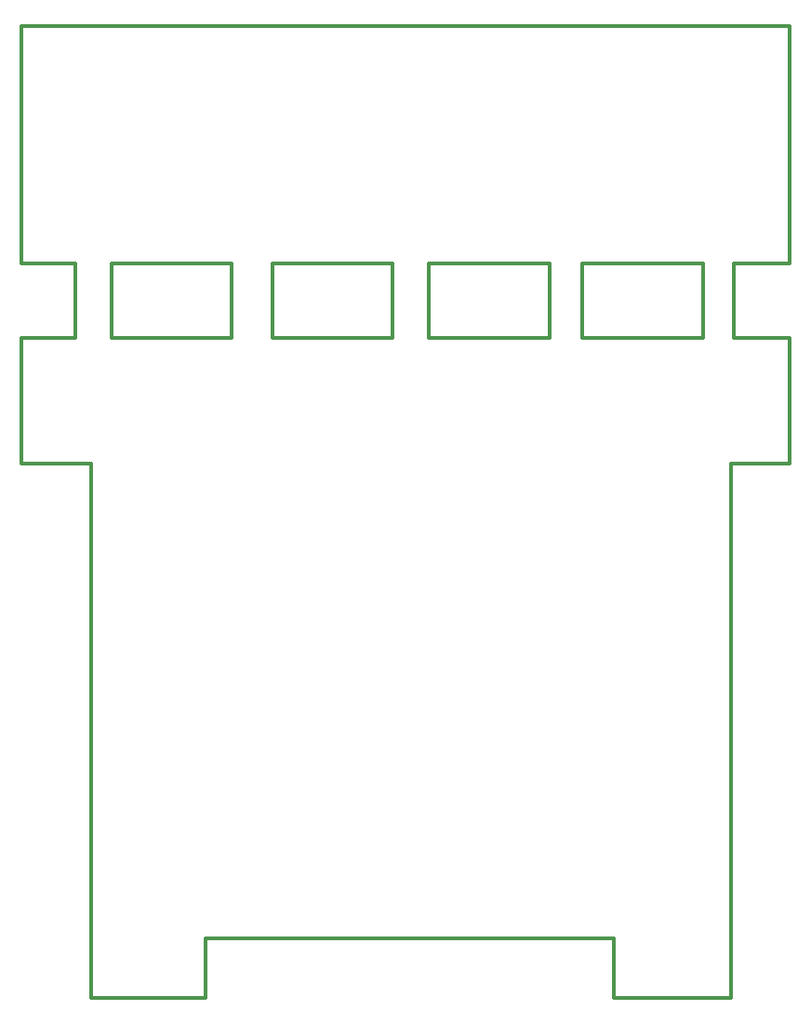
<source format=gbr>
%FSLAX34Y34*%
%MOMM*%
%LNOUTLINE*%
G71*
G01*
%ADD10C, 0.300*%
%LPD*%
G54D10*
X139700Y1446150D02*
X839788Y1446150D01*
X839788Y1230250D01*
X788988Y1230250D01*
X788988Y1162050D01*
X839788Y1162050D01*
G54D10*
X188912Y1230312D02*
X188912Y1161988D01*
G54D10*
X139700Y1446150D02*
X139700Y1230250D01*
G54D10*
X139700Y1230250D02*
X188912Y1230312D01*
G54D10*
X188912Y1161988D02*
X139700Y1162050D01*
X139700Y1047688D01*
X203200Y1047688D01*
X203200Y561913D01*
X307975Y561975D01*
X307975Y615950D01*
X679450Y615950D01*
X679450Y561975D01*
X785812Y561913D01*
X785812Y1047750D01*
X839788Y1047688D01*
X839788Y1162050D01*
G54D10*
X222250Y1230250D02*
X331788Y1230250D01*
X331788Y1162050D01*
X222250Y1162050D01*
X222250Y1230250D01*
G54D10*
X368300Y1230250D02*
X477838Y1230250D01*
X477838Y1162050D01*
X368300Y1162050D01*
X368300Y1230250D01*
G54D10*
X650875Y1230250D02*
X760412Y1230250D01*
X760412Y1162050D01*
X650875Y1162050D01*
X650875Y1230250D01*
G54D10*
X511175Y1230250D02*
X620712Y1230250D01*
X620712Y1162050D01*
X511175Y1162050D01*
X511175Y1230250D01*
M02*

</source>
